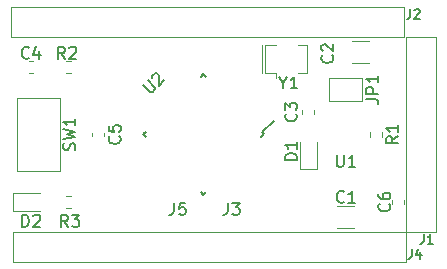
<source format=gbr>
%TF.GenerationSoftware,KiCad,Pcbnew,5.1.10-88a1d61d58~90~ubuntu20.04.1*%
%TF.CreationDate,2021-12-16T23:27:53-03:00*%
%TF.ProjectId,projeto-final,70726f6a-6574-46f2-9d66-696e616c2e6b,rev?*%
%TF.SameCoordinates,Original*%
%TF.FileFunction,Legend,Top*%
%TF.FilePolarity,Positive*%
%FSLAX46Y46*%
G04 Gerber Fmt 4.6, Leading zero omitted, Abs format (unit mm)*
G04 Created by KiCad (PCBNEW 5.1.10-88a1d61d58~90~ubuntu20.04.1) date 2021-12-16 23:27:53*
%MOMM*%
%LPD*%
G01*
G04 APERTURE LIST*
%ADD10C,0.120000*%
%ADD11C,0.150000*%
G04 APERTURE END LIST*
D10*
%TO.C,C1*%
X154381252Y-85365000D02*
X152958748Y-85365000D01*
X154381252Y-83545000D02*
X152958748Y-83545000D01*
%TO.C,C2*%
X154228748Y-69575000D02*
X155651252Y-69575000D01*
X154228748Y-71395000D02*
X155651252Y-71395000D01*
%TO.C,C3*%
X149985000Y-75705580D02*
X149985000Y-75424420D01*
X151005000Y-75705580D02*
X151005000Y-75424420D01*
%TO.C,C4*%
X127140580Y-72265000D02*
X126859420Y-72265000D01*
X127140580Y-71245000D02*
X126859420Y-71245000D01*
%TO.C,C5*%
X133225000Y-77329420D02*
X133225000Y-77610580D01*
X132205000Y-77329420D02*
X132205000Y-77610580D01*
%TO.C,C6*%
X157605000Y-83044420D02*
X157605000Y-83325580D01*
X158625000Y-83044420D02*
X158625000Y-83325580D01*
%TO.C,D1*%
X149760000Y-78092500D02*
X149760000Y-80377500D01*
X149760000Y-80377500D02*
X151230000Y-80377500D01*
X151230000Y-80377500D02*
X151230000Y-78092500D01*
%TO.C,J1*%
X161290000Y-69215000D02*
X158750000Y-69215000D01*
X161290000Y-85725000D02*
X161290000Y-69215000D01*
X158750000Y-85725000D02*
X161290000Y-85725000D01*
X158750000Y-69215000D02*
X158750000Y-85725000D01*
%TO.C,J2*%
X125349000Y-66675000D02*
X125349000Y-69215000D01*
X158623000Y-66675000D02*
X125349000Y-66675000D01*
X158623000Y-69215000D02*
X158623000Y-66675000D01*
X125349000Y-69215000D02*
X158623000Y-69215000D01*
%TO.C,J4*%
X158750000Y-88265000D02*
X158750000Y-85725000D01*
X125476000Y-88265000D02*
X158750000Y-88265000D01*
X125476000Y-85725000D02*
X125476000Y-88265000D01*
X158750000Y-85725000D02*
X125476000Y-85725000D01*
%TO.C,R3*%
X129937742Y-82662500D02*
X130412258Y-82662500D01*
X129937742Y-83707500D02*
X130412258Y-83707500D01*
%TO.C,SW1*%
X125785000Y-80530000D02*
X125785000Y-74410000D01*
X125785000Y-74410000D02*
X129485000Y-74410000D01*
X129485000Y-74410000D02*
X129485000Y-80530000D01*
X129485000Y-80530000D02*
X125785000Y-80530000D01*
D11*
%TO.C,U2*%
X146731524Y-77470000D02*
X146572425Y-77310901D01*
X141605000Y-82596524D02*
X141375190Y-82366714D01*
X136478476Y-77470000D02*
X136708286Y-77699810D01*
X141605000Y-72343476D02*
X141834810Y-72573286D01*
X146731524Y-77470000D02*
X146501714Y-77699810D01*
X141605000Y-72343476D02*
X141375190Y-72573286D01*
X136478476Y-77470000D02*
X136708286Y-77240190D01*
X141605000Y-82596524D02*
X141834810Y-82366714D01*
X146572425Y-77310901D02*
X147580052Y-76303274D01*
D10*
%TO.C,Y1*%
X150396200Y-72294600D02*
X149596200Y-72294600D01*
X150396200Y-69894600D02*
X150396200Y-71894600D01*
X149596200Y-69894600D02*
X150396200Y-69894600D01*
X146796200Y-69894600D02*
X147796200Y-69894600D01*
X146796200Y-71894600D02*
X146796200Y-69894600D01*
X147796200Y-72294600D02*
X146796200Y-72294600D01*
X147796200Y-72294600D02*
X147796200Y-72694600D01*
X146596200Y-69894600D02*
X146596200Y-71894600D01*
X150396200Y-71894600D02*
X150396200Y-72294600D01*
X146796200Y-71894600D02*
X146796200Y-72294600D01*
X146596200Y-71894600D02*
X146596200Y-72294600D01*
%TO.C,D2*%
X127800000Y-82450000D02*
X125515000Y-82450000D01*
X125515000Y-82450000D02*
X125515000Y-83920000D01*
X125515000Y-83920000D02*
X127800000Y-83920000D01*
%TO.C,R1*%
X156732500Y-77232742D02*
X156732500Y-77707258D01*
X155687500Y-77232742D02*
X155687500Y-77707258D01*
%TO.C,R2*%
X130412258Y-72277500D02*
X129937742Y-72277500D01*
X130412258Y-71232500D02*
X129937742Y-71232500D01*
%TO.C,JP1*%
X155070000Y-72660000D02*
X155070000Y-74660000D01*
X152270000Y-72660000D02*
X155070000Y-72660000D01*
X152270000Y-74660000D02*
X152270000Y-72660000D01*
X155070000Y-74660000D02*
X152270000Y-74660000D01*
%TO.C,C1*%
D11*
X153503333Y-83161142D02*
X153455714Y-83208761D01*
X153312857Y-83256380D01*
X153217619Y-83256380D01*
X153074761Y-83208761D01*
X152979523Y-83113523D01*
X152931904Y-83018285D01*
X152884285Y-82827809D01*
X152884285Y-82684952D01*
X152931904Y-82494476D01*
X152979523Y-82399238D01*
X153074761Y-82304000D01*
X153217619Y-82256380D01*
X153312857Y-82256380D01*
X153455714Y-82304000D01*
X153503333Y-82351619D01*
X154455714Y-83256380D02*
X153884285Y-83256380D01*
X154170000Y-83256380D02*
X154170000Y-82256380D01*
X154074761Y-82399238D01*
X153979523Y-82494476D01*
X153884285Y-82542095D01*
%TO.C,C2*%
X152503142Y-70778666D02*
X152550761Y-70826285D01*
X152598380Y-70969142D01*
X152598380Y-71064380D01*
X152550761Y-71207238D01*
X152455523Y-71302476D01*
X152360285Y-71350095D01*
X152169809Y-71397714D01*
X152026952Y-71397714D01*
X151836476Y-71350095D01*
X151741238Y-71302476D01*
X151646000Y-71207238D01*
X151598380Y-71064380D01*
X151598380Y-70969142D01*
X151646000Y-70826285D01*
X151693619Y-70778666D01*
X151693619Y-70397714D02*
X151646000Y-70350095D01*
X151598380Y-70254857D01*
X151598380Y-70016761D01*
X151646000Y-69921523D01*
X151693619Y-69873904D01*
X151788857Y-69826285D01*
X151884095Y-69826285D01*
X152026952Y-69873904D01*
X152598380Y-70445333D01*
X152598380Y-69826285D01*
%TO.C,C3*%
X149422142Y-75731666D02*
X149469761Y-75779285D01*
X149517380Y-75922142D01*
X149517380Y-76017380D01*
X149469761Y-76160238D01*
X149374523Y-76255476D01*
X149279285Y-76303095D01*
X149088809Y-76350714D01*
X148945952Y-76350714D01*
X148755476Y-76303095D01*
X148660238Y-76255476D01*
X148565000Y-76160238D01*
X148517380Y-76017380D01*
X148517380Y-75922142D01*
X148565000Y-75779285D01*
X148612619Y-75731666D01*
X148517380Y-75398333D02*
X148517380Y-74779285D01*
X148898333Y-75112619D01*
X148898333Y-74969761D01*
X148945952Y-74874523D01*
X148993571Y-74826904D01*
X149088809Y-74779285D01*
X149326904Y-74779285D01*
X149422142Y-74826904D01*
X149469761Y-74874523D01*
X149517380Y-74969761D01*
X149517380Y-75255476D01*
X149469761Y-75350714D01*
X149422142Y-75398333D01*
%TO.C,C4*%
X126833333Y-70969142D02*
X126785714Y-71016761D01*
X126642857Y-71064380D01*
X126547619Y-71064380D01*
X126404761Y-71016761D01*
X126309523Y-70921523D01*
X126261904Y-70826285D01*
X126214285Y-70635809D01*
X126214285Y-70492952D01*
X126261904Y-70302476D01*
X126309523Y-70207238D01*
X126404761Y-70112000D01*
X126547619Y-70064380D01*
X126642857Y-70064380D01*
X126785714Y-70112000D01*
X126833333Y-70159619D01*
X127690476Y-70397714D02*
X127690476Y-71064380D01*
X127452380Y-70016761D02*
X127214285Y-70731047D01*
X127833333Y-70731047D01*
%TO.C,C5*%
X134502142Y-77636666D02*
X134549761Y-77684285D01*
X134597380Y-77827142D01*
X134597380Y-77922380D01*
X134549761Y-78065238D01*
X134454523Y-78160476D01*
X134359285Y-78208095D01*
X134168809Y-78255714D01*
X134025952Y-78255714D01*
X133835476Y-78208095D01*
X133740238Y-78160476D01*
X133645000Y-78065238D01*
X133597380Y-77922380D01*
X133597380Y-77827142D01*
X133645000Y-77684285D01*
X133692619Y-77636666D01*
X133597380Y-76731904D02*
X133597380Y-77208095D01*
X134073571Y-77255714D01*
X134025952Y-77208095D01*
X133978333Y-77112857D01*
X133978333Y-76874761D01*
X134025952Y-76779523D01*
X134073571Y-76731904D01*
X134168809Y-76684285D01*
X134406904Y-76684285D01*
X134502142Y-76731904D01*
X134549761Y-76779523D01*
X134597380Y-76874761D01*
X134597380Y-77112857D01*
X134549761Y-77208095D01*
X134502142Y-77255714D01*
%TO.C,C6*%
X157329142Y-83351666D02*
X157376761Y-83399285D01*
X157424380Y-83542142D01*
X157424380Y-83637380D01*
X157376761Y-83780238D01*
X157281523Y-83875476D01*
X157186285Y-83923095D01*
X156995809Y-83970714D01*
X156852952Y-83970714D01*
X156662476Y-83923095D01*
X156567238Y-83875476D01*
X156472000Y-83780238D01*
X156424380Y-83637380D01*
X156424380Y-83542142D01*
X156472000Y-83399285D01*
X156519619Y-83351666D01*
X156424380Y-82494523D02*
X156424380Y-82685000D01*
X156472000Y-82780238D01*
X156519619Y-82827857D01*
X156662476Y-82923095D01*
X156852952Y-82970714D01*
X157233904Y-82970714D01*
X157329142Y-82923095D01*
X157376761Y-82875476D01*
X157424380Y-82780238D01*
X157424380Y-82589761D01*
X157376761Y-82494523D01*
X157329142Y-82446904D01*
X157233904Y-82399285D01*
X156995809Y-82399285D01*
X156900571Y-82446904D01*
X156852952Y-82494523D01*
X156805333Y-82589761D01*
X156805333Y-82780238D01*
X156852952Y-82875476D01*
X156900571Y-82923095D01*
X156995809Y-82970714D01*
%TO.C,D1*%
X149517380Y-79630595D02*
X148517380Y-79630595D01*
X148517380Y-79392500D01*
X148565000Y-79249642D01*
X148660238Y-79154404D01*
X148755476Y-79106785D01*
X148945952Y-79059166D01*
X149088809Y-79059166D01*
X149279285Y-79106785D01*
X149374523Y-79154404D01*
X149469761Y-79249642D01*
X149517380Y-79392500D01*
X149517380Y-79630595D01*
X149517380Y-78106785D02*
X149517380Y-78678214D01*
X149517380Y-78392500D02*
X148517380Y-78392500D01*
X148660238Y-78487738D01*
X148755476Y-78582976D01*
X148803095Y-78678214D01*
%TO.C,J1*%
X160261333Y-85921904D02*
X160261333Y-86493333D01*
X160223238Y-86607619D01*
X160147047Y-86683809D01*
X160032761Y-86721904D01*
X159956571Y-86721904D01*
X161061333Y-86721904D02*
X160604190Y-86721904D01*
X160832761Y-86721904D02*
X160832761Y-85921904D01*
X160756571Y-86036190D01*
X160680380Y-86112380D01*
X160604190Y-86150476D01*
%TO.C,J2*%
X159118333Y-66871904D02*
X159118333Y-67443333D01*
X159080238Y-67557619D01*
X159004047Y-67633809D01*
X158889761Y-67671904D01*
X158813571Y-67671904D01*
X159461190Y-66948095D02*
X159499285Y-66910000D01*
X159575476Y-66871904D01*
X159765952Y-66871904D01*
X159842142Y-66910000D01*
X159880238Y-66948095D01*
X159918333Y-67024285D01*
X159918333Y-67100476D01*
X159880238Y-67214761D01*
X159423095Y-67671904D01*
X159918333Y-67671904D01*
%TO.C,J3*%
X143676666Y-83272380D02*
X143676666Y-83986666D01*
X143629047Y-84129523D01*
X143533809Y-84224761D01*
X143390952Y-84272380D01*
X143295714Y-84272380D01*
X144057619Y-83272380D02*
X144676666Y-83272380D01*
X144343333Y-83653333D01*
X144486190Y-83653333D01*
X144581428Y-83700952D01*
X144629047Y-83748571D01*
X144676666Y-83843809D01*
X144676666Y-84081904D01*
X144629047Y-84177142D01*
X144581428Y-84224761D01*
X144486190Y-84272380D01*
X144200476Y-84272380D01*
X144105238Y-84224761D01*
X144057619Y-84177142D01*
%TO.C,J4*%
X159245333Y-87191904D02*
X159245333Y-87763333D01*
X159207238Y-87877619D01*
X159131047Y-87953809D01*
X159016761Y-87991904D01*
X158940571Y-87991904D01*
X159969142Y-87458571D02*
X159969142Y-87991904D01*
X159778666Y-87153809D02*
X159588190Y-87725238D01*
X160083428Y-87725238D01*
%TO.C,J5*%
X139112666Y-83272380D02*
X139112666Y-83986666D01*
X139065047Y-84129523D01*
X138969809Y-84224761D01*
X138826952Y-84272380D01*
X138731714Y-84272380D01*
X140065047Y-83272380D02*
X139588857Y-83272380D01*
X139541238Y-83748571D01*
X139588857Y-83700952D01*
X139684095Y-83653333D01*
X139922190Y-83653333D01*
X140017428Y-83700952D01*
X140065047Y-83748571D01*
X140112666Y-83843809D01*
X140112666Y-84081904D01*
X140065047Y-84177142D01*
X140017428Y-84224761D01*
X139922190Y-84272380D01*
X139684095Y-84272380D01*
X139588857Y-84224761D01*
X139541238Y-84177142D01*
%TO.C,R3*%
X130135333Y-85288380D02*
X129802000Y-84812190D01*
X129563904Y-85288380D02*
X129563904Y-84288380D01*
X129944857Y-84288380D01*
X130040095Y-84336000D01*
X130087714Y-84383619D01*
X130135333Y-84478857D01*
X130135333Y-84621714D01*
X130087714Y-84716952D01*
X130040095Y-84764571D01*
X129944857Y-84812190D01*
X129563904Y-84812190D01*
X130468666Y-84288380D02*
X131087714Y-84288380D01*
X130754380Y-84669333D01*
X130897238Y-84669333D01*
X130992476Y-84716952D01*
X131040095Y-84764571D01*
X131087714Y-84859809D01*
X131087714Y-85097904D01*
X131040095Y-85193142D01*
X130992476Y-85240761D01*
X130897238Y-85288380D01*
X130611523Y-85288380D01*
X130516285Y-85240761D01*
X130468666Y-85193142D01*
%TO.C,SW1*%
X130706761Y-78803333D02*
X130754380Y-78660476D01*
X130754380Y-78422380D01*
X130706761Y-78327142D01*
X130659142Y-78279523D01*
X130563904Y-78231904D01*
X130468666Y-78231904D01*
X130373428Y-78279523D01*
X130325809Y-78327142D01*
X130278190Y-78422380D01*
X130230571Y-78612857D01*
X130182952Y-78708095D01*
X130135333Y-78755714D01*
X130040095Y-78803333D01*
X129944857Y-78803333D01*
X129849619Y-78755714D01*
X129802000Y-78708095D01*
X129754380Y-78612857D01*
X129754380Y-78374761D01*
X129802000Y-78231904D01*
X129754380Y-77898571D02*
X130754380Y-77660476D01*
X130040095Y-77470000D01*
X130754380Y-77279523D01*
X129754380Y-77041428D01*
X130754380Y-76136666D02*
X130754380Y-76708095D01*
X130754380Y-76422380D02*
X129754380Y-76422380D01*
X129897238Y-76517619D01*
X129992476Y-76612857D01*
X130040095Y-76708095D01*
%TO.C,U2*%
X136488026Y-73303521D02*
X137060446Y-73875941D01*
X137161461Y-73909613D01*
X137228805Y-73909613D01*
X137329820Y-73875941D01*
X137464507Y-73741254D01*
X137498179Y-73640239D01*
X137498179Y-73572895D01*
X137464507Y-73471880D01*
X136892087Y-72899460D01*
X137262477Y-72663758D02*
X137262477Y-72596415D01*
X137296148Y-72495399D01*
X137464507Y-72327041D01*
X137565522Y-72293369D01*
X137632866Y-72293369D01*
X137733881Y-72327041D01*
X137801225Y-72394384D01*
X137868568Y-72529071D01*
X137868568Y-73337193D01*
X138306301Y-72899460D01*
%TO.C,Y1*%
X148374009Y-73102790D02*
X148374009Y-73578980D01*
X148040676Y-72578980D02*
X148374009Y-73102790D01*
X148707342Y-72578980D01*
X149564485Y-73578980D02*
X148993057Y-73578980D01*
X149278771Y-73578980D02*
X149278771Y-72578980D01*
X149183533Y-72721838D01*
X149088295Y-72817076D01*
X148993057Y-72864695D01*
%TO.C,U1*%
X152908095Y-79208380D02*
X152908095Y-80017904D01*
X152955714Y-80113142D01*
X153003333Y-80160761D01*
X153098571Y-80208380D01*
X153289047Y-80208380D01*
X153384285Y-80160761D01*
X153431904Y-80113142D01*
X153479523Y-80017904D01*
X153479523Y-79208380D01*
X154479523Y-80208380D02*
X153908095Y-80208380D01*
X154193809Y-80208380D02*
X154193809Y-79208380D01*
X154098571Y-79351238D01*
X154003333Y-79446476D01*
X153908095Y-79494095D01*
%TO.C,D2*%
X126261904Y-85288380D02*
X126261904Y-84288380D01*
X126500000Y-84288380D01*
X126642857Y-84336000D01*
X126738095Y-84431238D01*
X126785714Y-84526476D01*
X126833333Y-84716952D01*
X126833333Y-84859809D01*
X126785714Y-85050285D01*
X126738095Y-85145523D01*
X126642857Y-85240761D01*
X126500000Y-85288380D01*
X126261904Y-85288380D01*
X127214285Y-84383619D02*
X127261904Y-84336000D01*
X127357142Y-84288380D01*
X127595238Y-84288380D01*
X127690476Y-84336000D01*
X127738095Y-84383619D01*
X127785714Y-84478857D01*
X127785714Y-84574095D01*
X127738095Y-84716952D01*
X127166666Y-85288380D01*
X127785714Y-85288380D01*
%TO.C,R1*%
X158092380Y-77636666D02*
X157616190Y-77970000D01*
X158092380Y-78208095D02*
X157092380Y-78208095D01*
X157092380Y-77827142D01*
X157140000Y-77731904D01*
X157187619Y-77684285D01*
X157282857Y-77636666D01*
X157425714Y-77636666D01*
X157520952Y-77684285D01*
X157568571Y-77731904D01*
X157616190Y-77827142D01*
X157616190Y-78208095D01*
X158092380Y-76684285D02*
X158092380Y-77255714D01*
X158092380Y-76970000D02*
X157092380Y-76970000D01*
X157235238Y-77065238D01*
X157330476Y-77160476D01*
X157378095Y-77255714D01*
%TO.C,R2*%
X129881333Y-71064380D02*
X129548000Y-70588190D01*
X129309904Y-71064380D02*
X129309904Y-70064380D01*
X129690857Y-70064380D01*
X129786095Y-70112000D01*
X129833714Y-70159619D01*
X129881333Y-70254857D01*
X129881333Y-70397714D01*
X129833714Y-70492952D01*
X129786095Y-70540571D01*
X129690857Y-70588190D01*
X129309904Y-70588190D01*
X130262285Y-70159619D02*
X130309904Y-70112000D01*
X130405142Y-70064380D01*
X130643238Y-70064380D01*
X130738476Y-70112000D01*
X130786095Y-70159619D01*
X130833714Y-70254857D01*
X130833714Y-70350095D01*
X130786095Y-70492952D01*
X130214666Y-71064380D01*
X130833714Y-71064380D01*
%TO.C,JP1*%
X155408380Y-74493333D02*
X156122666Y-74493333D01*
X156265523Y-74540952D01*
X156360761Y-74636190D01*
X156408380Y-74779047D01*
X156408380Y-74874285D01*
X156408380Y-74017142D02*
X155408380Y-74017142D01*
X155408380Y-73636190D01*
X155456000Y-73540952D01*
X155503619Y-73493333D01*
X155598857Y-73445714D01*
X155741714Y-73445714D01*
X155836952Y-73493333D01*
X155884571Y-73540952D01*
X155932190Y-73636190D01*
X155932190Y-74017142D01*
X156408380Y-72493333D02*
X156408380Y-73064761D01*
X156408380Y-72779047D02*
X155408380Y-72779047D01*
X155551238Y-72874285D01*
X155646476Y-72969523D01*
X155694095Y-73064761D01*
%TD*%
M02*

</source>
